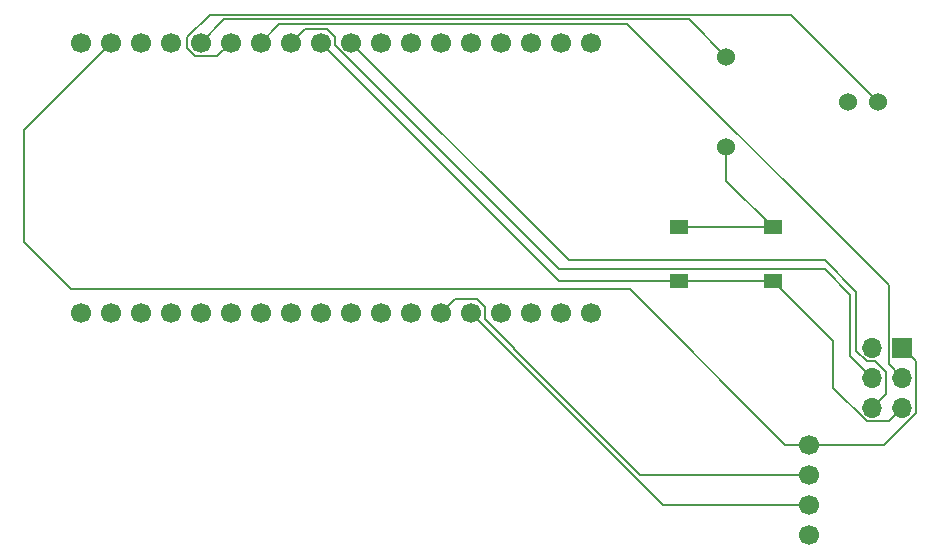
<source format=gbr>
%TF.GenerationSoftware,KiCad,Pcbnew,9.0.0*%
%TF.CreationDate,2025-05-16T10:45:57-07:00*%
%TF.ProjectId,DC33_Cnet_Badge_Main,44433333-5f43-46e6-9574-5f4261646765,rev?*%
%TF.SameCoordinates,Original*%
%TF.FileFunction,Copper,L1,Top*%
%TF.FilePolarity,Positive*%
%FSLAX46Y46*%
G04 Gerber Fmt 4.6, Leading zero omitted, Abs format (unit mm)*
G04 Created by KiCad (PCBNEW 9.0.0) date 2025-05-16 10:45:57*
%MOMM*%
%LPD*%
G01*
G04 APERTURE LIST*
%TA.AperFunction,ComponentPad*%
%ADD10C,1.524000*%
%TD*%
%TA.AperFunction,ComponentPad*%
%ADD11O,1.700000X1.700000*%
%TD*%
%TA.AperFunction,ComponentPad*%
%ADD12R,1.700000X1.700000*%
%TD*%
%TA.AperFunction,ComponentPad*%
%ADD13C,1.700000*%
%TD*%
%TA.AperFunction,SMDPad,CuDef*%
%ADD14R,1.550000X1.300000*%
%TD*%
%TA.AperFunction,Conductor*%
%ADD15C,0.200000*%
%TD*%
G04 APERTURE END LIST*
D10*
%TO.P,VIBRA1,1,POS*%
%TO.N,Net-(U1-GPIO45)*%
X191380000Y-61700000D03*
%TO.P,VIBRA1,2,NEG*%
%TO.N,GND*%
X188840000Y-61700000D03*
%TD*%
D11*
%TO.P,J1,6,GPIO2*%
%TO.N,Net-(J1-GPIO2)*%
X190847500Y-87555000D03*
%TO.P,J1,5,GPIO1*%
%TO.N,Net-(J1-GPIO1)*%
X193387500Y-87555000D03*
%TO.P,J1,4,SCL*%
%TO.N,Net-(J1-SCL)*%
X190847500Y-85015000D03*
%TO.P,J1,3,SDA*%
%TO.N,Net-(J1-SDA)*%
X193387500Y-85015000D03*
%TO.P,J1,2,GND*%
%TO.N,GND*%
X190847500Y-82475000D03*
D12*
%TO.P,J1,1,+3.3V*%
%TO.N,3V3*%
X193387500Y-82475000D03*
%TD*%
D10*
%TO.P,BUZZ1,1,POS*%
%TO.N,Net-(BUZZ1-POS)*%
X178500000Y-57880000D03*
%TO.P,BUZZ1,2,NEG*%
%TO.N,GND*%
X178500000Y-65500000D03*
%TD*%
D13*
%TO.P,U1,1,GND*%
%TO.N,GND*%
X123860000Y-79500000D03*
%TO.P,U1,2,5V*%
%TO.N,unconnected-(U1-5V-Pad2)*%
X126400000Y-79500000D03*
%TO.P,U1,3,Ve*%
%TO.N,unconnected-(U1-Ve-Pad3)*%
X128940000Y-79500000D03*
%TO.P,U1,4,Ve*%
%TO.N,unconnected-(U1-Ve-Pad4)*%
X131480000Y-79500000D03*
%TO.P,U1,5,RX*%
%TO.N,unconnected-(U1-RX-Pad5)*%
X134020000Y-79500000D03*
%TO.P,U1,6,TX*%
%TO.N,unconnected-(U1-TX-Pad6)*%
X136560000Y-79500000D03*
%TO.P,U1,7,RST*%
%TO.N,unconnected-(U1-RST-Pad7)*%
X139100000Y-79500000D03*
%TO.P,U1,8,GPIO0*%
%TO.N,unconnected-(U1-GPIO0-Pad8)*%
X141640000Y-79500000D03*
%TO.P,U1,9,GPIO36*%
%TO.N,unconnected-(U1-GPIO36-Pad9)*%
X144180000Y-79500000D03*
%TO.P,U1,10,GPIO35*%
%TO.N,unconnected-(U1-GPIO35-Pad10)*%
X146720000Y-79500000D03*
%TO.P,U1,11,GPIO34*%
%TO.N,unconnected-(U1-GPIO34-Pad11)*%
X149260000Y-79500000D03*
%TO.P,U1,12,GPIO33*%
%TO.N,unconnected-(U1-GPIO33-Pad12)*%
X151800000Y-79500000D03*
%TO.P,U1,13,GPIO47*%
%TO.N,Net-(GPS1-RX)*%
X154340000Y-79500000D03*
%TO.P,U1,14,GPIO48*%
%TO.N,Net-(GPS1-TX)*%
X156880000Y-79500000D03*
%TO.P,U1,15,GPIO26*%
%TO.N,unconnected-(U1-GPIO26-Pad15)*%
X159420000Y-79500000D03*
%TO.P,U1,16,GPIO21*%
%TO.N,unconnected-(U1-GPIO21-Pad16)*%
X161960000Y-79500000D03*
%TO.P,U1,17,GPIO20*%
%TO.N,unconnected-(U1-GPIO20-Pad17)*%
X164500000Y-79500000D03*
%TO.P,U1,18,GPIO19*%
%TO.N,unconnected-(U1-GPIO19-Pad18)*%
X167040000Y-79500000D03*
%TO.P,U1,19,GPIO7*%
%TO.N,unconnected-(U1-GPIO7-Pad19)*%
X167040000Y-56640000D03*
%TO.P,U1,20,GPIO6*%
%TO.N,unconnected-(U1-GPIO6-Pad20)*%
X164500000Y-56640000D03*
%TO.P,U1,21,GPIO5*%
%TO.N,unconnected-(U1-GPIO5-Pad21)*%
X161960000Y-56640000D03*
%TO.P,U1,22,GPIO4*%
%TO.N,unconnected-(U1-GPIO4-Pad22)*%
X159420000Y-56640000D03*
%TO.P,U1,23,GPIO3*%
%TO.N,unconnected-(U1-GPIO3-Pad23)*%
X156880000Y-56640000D03*
%TO.P,U1,24,GPIO2*%
%TO.N,unconnected-(U1-GPIO2-Pad24)*%
X154340000Y-56640000D03*
%TO.P,U1,25,GPIO1*%
%TO.N,unconnected-(U1-GPIO1-Pad25)*%
X151800000Y-56640000D03*
%TO.P,U1,26,GPIO38*%
%TO.N,unconnected-(U1-GPIO38-Pad26)*%
X149260000Y-56640000D03*
%TO.P,U1,27,GPIO39*%
%TO.N,Net-(J1-GPIO2)*%
X146720000Y-56640000D03*
%TO.P,U1,28,GPIO40*%
%TO.N,Net-(J1-GPIO1)*%
X144180000Y-56640000D03*
%TO.P,U1,29,GPIO41*%
%TO.N,Net-(J1-SCL)*%
X141640000Y-56640000D03*
%TO.P,U1,30,GPIO42*%
%TO.N,Net-(J1-SDA)*%
X139100000Y-56640000D03*
%TO.P,U1,31,GPIO45*%
%TO.N,Net-(U1-GPIO45)*%
X136560000Y-56640000D03*
%TO.P,U1,32,GPIO46*%
%TO.N,Net-(BUZZ1-POS)*%
X134020000Y-56640000D03*
%TO.P,U1,33,GPIO37*%
%TO.N,unconnected-(U1-GPIO37-Pad33)*%
X131480000Y-56640000D03*
%TO.P,U1,34,3V3*%
%TO.N,unconnected-(U1-3V3-Pad34)*%
X128940000Y-56640000D03*
%TO.P,U1,35,3V3*%
%TO.N,3V3*%
X126400000Y-56640000D03*
%TO.P,U1,36,GND*%
%TO.N,unconnected-(U1-GND-Pad36)*%
X123860000Y-56640000D03*
%TD*%
%TO.P,GPS1,1,VCC*%
%TO.N,3V3*%
X185510000Y-90690000D03*
%TO.P,GPS1,2,RX*%
%TO.N,Net-(GPS1-RX)*%
X185510000Y-93230000D03*
%TO.P,GPS1,3,TX*%
%TO.N,Net-(GPS1-TX)*%
X185510000Y-95770000D03*
%TO.P,GPS1,4,GND*%
%TO.N,GND*%
X185510000Y-98310000D03*
%TD*%
D14*
%TO.P,SW1,1,1*%
%TO.N,Net-(J1-GPIO1)*%
X182450000Y-76800000D03*
X174490000Y-76800000D03*
%TO.P,SW1,2,2*%
%TO.N,GND*%
X182450000Y-72300000D03*
X174490000Y-72300000D03*
%TD*%
D15*
%TO.N,3V3*%
X191880260Y-90690000D02*
X185510000Y-90690000D01*
X183510000Y-90690000D02*
X185510000Y-90690000D01*
%TO.N,Net-(GPS1-TX)*%
X173150000Y-95770000D02*
X185510000Y-95770000D01*
%TO.N,Net-(GPS1-RX)*%
X171177100Y-93230000D02*
X185510000Y-93230000D01*
%TO.N,Net-(J1-GPIO2)*%
X165160000Y-75080000D02*
X146720000Y-56640000D01*
X189500000Y-82755260D02*
X189500000Y-77725260D01*
X190370740Y-83626000D02*
X189500000Y-82755260D01*
X191126000Y-83626000D02*
X190370740Y-83626000D01*
X191998500Y-84498500D02*
X191126000Y-83626000D01*
X186854740Y-75080000D02*
X165160000Y-75080000D01*
X191998500Y-86404000D02*
X191998500Y-84498500D01*
X189500000Y-77725260D02*
X186854740Y-75080000D01*
X190847500Y-87555000D02*
X191998500Y-86404000D01*
%TO.N,Net-(J1-SDA)*%
X140652000Y-55088000D02*
X139100000Y-56640000D01*
X170118260Y-55088000D02*
X140652000Y-55088000D01*
X192236500Y-83864000D02*
X192236500Y-77206240D01*
X193387500Y-85015000D02*
X192236500Y-83864000D01*
X192236500Y-77206240D02*
X170118260Y-55088000D01*
%TO.N,3V3*%
X191880260Y-90690000D02*
X194538500Y-88031760D01*
X194538500Y-88031760D02*
X194538500Y-83626000D01*
X194538500Y-83626000D02*
X193387500Y-82475000D01*
%TO.N,Net-(J1-GPIO1)*%
X192236500Y-88706000D02*
X190370740Y-88706000D01*
X193387500Y-87555000D02*
X192236500Y-88706000D01*
X190370740Y-88706000D02*
X187564000Y-85899260D01*
X187564000Y-85899260D02*
X187564000Y-81914000D01*
%TO.N,Net-(J1-SCL)*%
X142791000Y-55489000D02*
X141640000Y-56640000D01*
X164301240Y-75849000D02*
X145331000Y-56878760D01*
X186849000Y-75849000D02*
X164301240Y-75849000D01*
X145331000Y-56163240D02*
X144656760Y-55489000D01*
X189000000Y-78000000D02*
X186849000Y-75849000D01*
X189000000Y-83167500D02*
X189000000Y-78000000D01*
X144656760Y-55489000D02*
X142791000Y-55489000D01*
X190847500Y-85015000D02*
X189000000Y-83167500D01*
X145331000Y-56878760D02*
X145331000Y-56163240D01*
%TO.N,3V3*%
X123000000Y-77500000D02*
X170320000Y-77500000D01*
X119000000Y-73500000D02*
X123000000Y-77500000D01*
X119000000Y-64040000D02*
X119000000Y-73500000D01*
X170320000Y-77500000D02*
X183510000Y-90690000D01*
X126400000Y-56640000D02*
X119000000Y-64040000D01*
%TO.N,Net-(GPS1-TX)*%
X173150000Y-95770000D02*
X156880000Y-79500000D01*
%TO.N,Net-(GPS1-RX)*%
X157356760Y-78349000D02*
X155491000Y-78349000D01*
X158031000Y-79023240D02*
X157356760Y-78349000D01*
X160500000Y-82552900D02*
X160500000Y-82500000D01*
X160500000Y-82500000D02*
X158031000Y-80031000D01*
X158031000Y-80031000D02*
X158031000Y-79023240D01*
X155491000Y-78349000D02*
X154340000Y-79500000D01*
X171177100Y-93230000D02*
X160500000Y-82552900D01*
%TO.N,GND*%
X178500000Y-65500000D02*
X178500000Y-68350000D01*
X178500000Y-68350000D02*
X182450000Y-72300000D01*
X174490000Y-72300000D02*
X182450000Y-72300000D01*
%TO.N,Net-(BUZZ1-POS)*%
X135973000Y-54687000D02*
X134020000Y-56640000D01*
X175307000Y-54687000D02*
X135973000Y-54687000D01*
X178500000Y-57880000D02*
X175307000Y-54687000D01*
%TO.N,Net-(J1-GPIO1)*%
X174490000Y-76800000D02*
X164340000Y-76800000D01*
X182450000Y-76800000D02*
X174490000Y-76800000D01*
X187564000Y-81914000D02*
X182450000Y-76800000D01*
X164340000Y-76800000D02*
X144180000Y-56640000D01*
%TO.N,Net-(U1-GPIO45)*%
X134746240Y-54286000D02*
X132869000Y-56163240D01*
X132869000Y-56163240D02*
X132869000Y-57116760D01*
X133543240Y-57791000D02*
X135409000Y-57791000D01*
X132869000Y-57116760D02*
X133543240Y-57791000D01*
X183966000Y-54286000D02*
X134746240Y-54286000D01*
X135409000Y-57791000D02*
X136560000Y-56640000D01*
X191380000Y-61700000D02*
X183966000Y-54286000D01*
%TD*%
M02*

</source>
